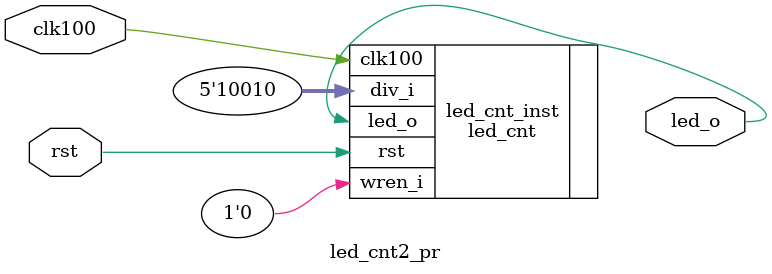
<source format=sv>

module led_cnt2_pr (
  input         rst,
  input         clk100,
  output        led_o
);
///////////////////////////////////////////////////////////////////////////////////////////////////

 led_cnt led_cnt_inst (
   .rst    (rst      ),
   .clk100 (clk100   ),
   .div_i  (5'h12    ),
   .wren_i (1'b0     ),
   .led_o  (led_o    )
 );

endmodule

</source>
